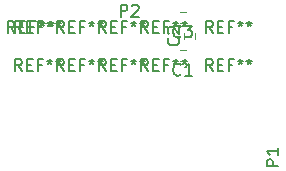
<source format=gbr>
G04 #@! TF.FileFunction,Legend,Top*
%FSLAX46Y46*%
G04 Gerber Fmt 4.6, Leading zero omitted, Abs format (unit mm)*
G04 Created by KiCad (PCBNEW 4.0.5) date 02/24/17 03:06:36*
%MOMM*%
%LPD*%
G01*
G04 APERTURE LIST*
%ADD10C,0.127000*%
%ADD11C,0.120000*%
%ADD12C,0.150000*%
G04 APERTURE END LIST*
D10*
D11*
X13173900Y11214000D02*
X13673900Y11214000D01*
X13673900Y12154000D02*
X13173900Y12154000D01*
X13500000Y13546900D02*
X13500000Y13046900D01*
X14440000Y13046900D02*
X14440000Y13546900D01*
X13173900Y14439800D02*
X13673900Y14439800D01*
X13673900Y15379800D02*
X13173900Y15379800D01*
D12*
X13257234Y10056857D02*
X13209615Y10009238D01*
X13066758Y9961619D01*
X12971520Y9961619D01*
X12828662Y10009238D01*
X12733424Y10104476D01*
X12685805Y10199714D01*
X12638186Y10390190D01*
X12638186Y10533048D01*
X12685805Y10723524D01*
X12733424Y10818762D01*
X12828662Y10914000D01*
X12971520Y10961619D01*
X13066758Y10961619D01*
X13209615Y10914000D01*
X13257234Y10866381D01*
X14209615Y9961619D02*
X13638186Y9961619D01*
X13923900Y9961619D02*
X13923900Y10961619D01*
X13828662Y10818762D01*
X13733424Y10723524D01*
X13638186Y10675905D01*
X13057143Y13130234D02*
X13104762Y13082615D01*
X13152381Y12939758D01*
X13152381Y12844520D01*
X13104762Y12701662D01*
X13009524Y12606424D01*
X12914286Y12558805D01*
X12723810Y12511186D01*
X12580952Y12511186D01*
X12390476Y12558805D01*
X12295238Y12606424D01*
X12200000Y12701662D01*
X12152381Y12844520D01*
X12152381Y12939758D01*
X12200000Y13082615D01*
X12247619Y13130234D01*
X12247619Y13511186D02*
X12200000Y13558805D01*
X12152381Y13654043D01*
X12152381Y13892139D01*
X12200000Y13987377D01*
X12247619Y14034996D01*
X12342857Y14082615D01*
X12438095Y14082615D01*
X12580952Y14034996D01*
X13152381Y13463567D01*
X13152381Y14082615D01*
X13257234Y13282657D02*
X13209615Y13235038D01*
X13066758Y13187419D01*
X12971520Y13187419D01*
X12828662Y13235038D01*
X12733424Y13330276D01*
X12685805Y13425514D01*
X12638186Y13615990D01*
X12638186Y13758848D01*
X12685805Y13949324D01*
X12733424Y14044562D01*
X12828662Y14139800D01*
X12971520Y14187419D01*
X13066758Y14187419D01*
X13209615Y14139800D01*
X13257234Y14092181D01*
X13590567Y14187419D02*
X14209615Y14187419D01*
X13876281Y13806467D01*
X14019139Y13806467D01*
X14114377Y13758848D01*
X14161996Y13711229D01*
X14209615Y13615990D01*
X14209615Y13377895D01*
X14161996Y13282657D01*
X14114377Y13235038D01*
X14019139Y13187419D01*
X13733424Y13187419D01*
X13638186Y13235038D01*
X13590567Y13282657D01*
X21532381Y2304405D02*
X20532381Y2304405D01*
X20532381Y2685358D01*
X20580000Y2780596D01*
X20627619Y2828215D01*
X20722857Y2875834D01*
X20865714Y2875834D01*
X20960952Y2828215D01*
X21008571Y2780596D01*
X21056190Y2685358D01*
X21056190Y2304405D01*
X21532381Y3828215D02*
X21532381Y3256786D01*
X21532381Y3542500D02*
X20532381Y3542500D01*
X20675238Y3447262D01*
X20770476Y3352024D01*
X20818095Y3256786D01*
X8177305Y14962619D02*
X8177305Y15962619D01*
X8558258Y15962619D01*
X8653496Y15915000D01*
X8701115Y15867381D01*
X8748734Y15772143D01*
X8748734Y15629286D01*
X8701115Y15534048D01*
X8653496Y15486429D01*
X8558258Y15438810D01*
X8177305Y15438810D01*
X9129686Y15867381D02*
X9177305Y15915000D01*
X9272543Y15962619D01*
X9510639Y15962619D01*
X9605877Y15915000D01*
X9653496Y15867381D01*
X9701115Y15772143D01*
X9701115Y15676905D01*
X9653496Y15534048D01*
X9082067Y14962619D01*
X9701115Y14962619D01*
X6934367Y13568419D02*
X6601033Y14044610D01*
X6362938Y13568419D02*
X6362938Y14568419D01*
X6743891Y14568419D01*
X6839129Y14520800D01*
X6886748Y14473181D01*
X6934367Y14377943D01*
X6934367Y14235086D01*
X6886748Y14139848D01*
X6839129Y14092229D01*
X6743891Y14044610D01*
X6362938Y14044610D01*
X7362938Y14092229D02*
X7696272Y14092229D01*
X7839129Y13568419D02*
X7362938Y13568419D01*
X7362938Y14568419D01*
X7839129Y14568419D01*
X8601034Y14092229D02*
X8267700Y14092229D01*
X8267700Y13568419D02*
X8267700Y14568419D01*
X8743891Y14568419D01*
X9267700Y14568419D02*
X9267700Y14330324D01*
X9029605Y14425562D02*
X9267700Y14330324D01*
X9505796Y14425562D01*
X9124843Y14139848D02*
X9267700Y14330324D01*
X9410558Y14139848D01*
X10029605Y14568419D02*
X10029605Y14330324D01*
X9791510Y14425562D02*
X10029605Y14330324D01*
X10267701Y14425562D01*
X9886748Y14139848D02*
X10029605Y14330324D01*
X10172463Y14139848D01*
X-812633Y13568419D02*
X-1145967Y14044610D01*
X-1384062Y13568419D02*
X-1384062Y14568419D01*
X-1003109Y14568419D01*
X-907871Y14520800D01*
X-860252Y14473181D01*
X-812633Y14377943D01*
X-812633Y14235086D01*
X-860252Y14139848D01*
X-907871Y14092229D01*
X-1003109Y14044610D01*
X-1384062Y14044610D01*
X-384062Y14092229D02*
X-50728Y14092229D01*
X92129Y13568419D02*
X-384062Y13568419D01*
X-384062Y14568419D01*
X92129Y14568419D01*
X854034Y14092229D02*
X520700Y14092229D01*
X520700Y13568419D02*
X520700Y14568419D01*
X996891Y14568419D01*
X1520700Y14568419D02*
X1520700Y14330324D01*
X1282605Y14425562D02*
X1520700Y14330324D01*
X1758796Y14425562D01*
X1377843Y14139848D02*
X1520700Y14330324D01*
X1663558Y14139848D01*
X2282605Y14568419D02*
X2282605Y14330324D01*
X2044510Y14425562D02*
X2282605Y14330324D01*
X2520701Y14425562D01*
X2139748Y14139848D02*
X2282605Y14330324D01*
X2425463Y14139848D01*
X10490367Y13568419D02*
X10157033Y14044610D01*
X9918938Y13568419D02*
X9918938Y14568419D01*
X10299891Y14568419D01*
X10395129Y14520800D01*
X10442748Y14473181D01*
X10490367Y14377943D01*
X10490367Y14235086D01*
X10442748Y14139848D01*
X10395129Y14092229D01*
X10299891Y14044610D01*
X9918938Y14044610D01*
X10918938Y14092229D02*
X11252272Y14092229D01*
X11395129Y13568419D02*
X10918938Y13568419D01*
X10918938Y14568419D01*
X11395129Y14568419D01*
X12157034Y14092229D02*
X11823700Y14092229D01*
X11823700Y13568419D02*
X11823700Y14568419D01*
X12299891Y14568419D01*
X12823700Y14568419D02*
X12823700Y14330324D01*
X12585605Y14425562D02*
X12823700Y14330324D01*
X13061796Y14425562D01*
X12680843Y14139848D02*
X12823700Y14330324D01*
X12966558Y14139848D01*
X13585605Y14568419D02*
X13585605Y14330324D01*
X13347510Y14425562D02*
X13585605Y14330324D01*
X13823701Y14425562D01*
X13442748Y14139848D02*
X13585605Y14330324D01*
X13728463Y14139848D01*
X3378367Y13568419D02*
X3045033Y14044610D01*
X2806938Y13568419D02*
X2806938Y14568419D01*
X3187891Y14568419D01*
X3283129Y14520800D01*
X3330748Y14473181D01*
X3378367Y14377943D01*
X3378367Y14235086D01*
X3330748Y14139848D01*
X3283129Y14092229D01*
X3187891Y14044610D01*
X2806938Y14044610D01*
X3806938Y14092229D02*
X4140272Y14092229D01*
X4283129Y13568419D02*
X3806938Y13568419D01*
X3806938Y14568419D01*
X4283129Y14568419D01*
X5045034Y14092229D02*
X4711700Y14092229D01*
X4711700Y13568419D02*
X4711700Y14568419D01*
X5187891Y14568419D01*
X5711700Y14568419D02*
X5711700Y14330324D01*
X5473605Y14425562D02*
X5711700Y14330324D01*
X5949796Y14425562D01*
X5568843Y14139848D02*
X5711700Y14330324D01*
X5854558Y14139848D01*
X6473605Y14568419D02*
X6473605Y14330324D01*
X6235510Y14425562D02*
X6473605Y14330324D01*
X6711701Y14425562D01*
X6330748Y14139848D02*
X6473605Y14330324D01*
X6616463Y14139848D01*
X-177633Y13568419D02*
X-510967Y14044610D01*
X-749062Y13568419D02*
X-749062Y14568419D01*
X-368109Y14568419D01*
X-272871Y14520800D01*
X-225252Y14473181D01*
X-177633Y14377943D01*
X-177633Y14235086D01*
X-225252Y14139848D01*
X-272871Y14092229D01*
X-368109Y14044610D01*
X-749062Y14044610D01*
X250938Y14092229D02*
X584272Y14092229D01*
X727129Y13568419D02*
X250938Y13568419D01*
X250938Y14568419D01*
X727129Y14568419D01*
X1489034Y14092229D02*
X1155700Y14092229D01*
X1155700Y13568419D02*
X1155700Y14568419D01*
X1631891Y14568419D01*
X2155700Y14568419D02*
X2155700Y14330324D01*
X1917605Y14425562D02*
X2155700Y14330324D01*
X2393796Y14425562D01*
X2012843Y14139848D02*
X2155700Y14330324D01*
X2298558Y14139848D01*
X2917605Y14568419D02*
X2917605Y14330324D01*
X2679510Y14425562D02*
X2917605Y14330324D01*
X3155701Y14425562D01*
X2774748Y14139848D02*
X2917605Y14330324D01*
X3060463Y14139848D01*
X10490367Y10342619D02*
X10157033Y10818810D01*
X9918938Y10342619D02*
X9918938Y11342619D01*
X10299891Y11342619D01*
X10395129Y11295000D01*
X10442748Y11247381D01*
X10490367Y11152143D01*
X10490367Y11009286D01*
X10442748Y10914048D01*
X10395129Y10866429D01*
X10299891Y10818810D01*
X9918938Y10818810D01*
X10918938Y10866429D02*
X11252272Y10866429D01*
X11395129Y10342619D02*
X10918938Y10342619D01*
X10918938Y11342619D01*
X11395129Y11342619D01*
X12157034Y10866429D02*
X11823700Y10866429D01*
X11823700Y10342619D02*
X11823700Y11342619D01*
X12299891Y11342619D01*
X12823700Y11342619D02*
X12823700Y11104524D01*
X12585605Y11199762D02*
X12823700Y11104524D01*
X13061796Y11199762D01*
X12680843Y10914048D02*
X12823700Y11104524D01*
X12966558Y10914048D01*
X13585605Y11342619D02*
X13585605Y11104524D01*
X13347510Y11199762D02*
X13585605Y11104524D01*
X13823701Y11199762D01*
X13442748Y10914048D02*
X13585605Y11104524D01*
X13728463Y10914048D01*
X6934367Y10342619D02*
X6601033Y10818810D01*
X6362938Y10342619D02*
X6362938Y11342619D01*
X6743891Y11342619D01*
X6839129Y11295000D01*
X6886748Y11247381D01*
X6934367Y11152143D01*
X6934367Y11009286D01*
X6886748Y10914048D01*
X6839129Y10866429D01*
X6743891Y10818810D01*
X6362938Y10818810D01*
X7362938Y10866429D02*
X7696272Y10866429D01*
X7839129Y10342619D02*
X7362938Y10342619D01*
X7362938Y11342619D01*
X7839129Y11342619D01*
X8601034Y10866429D02*
X8267700Y10866429D01*
X8267700Y10342619D02*
X8267700Y11342619D01*
X8743891Y11342619D01*
X9267700Y11342619D02*
X9267700Y11104524D01*
X9029605Y11199762D02*
X9267700Y11104524D01*
X9505796Y11199762D01*
X9124843Y10914048D02*
X9267700Y11104524D01*
X9410558Y10914048D01*
X10029605Y11342619D02*
X10029605Y11104524D01*
X9791510Y11199762D02*
X10029605Y11104524D01*
X10267701Y11199762D01*
X9886748Y10914048D02*
X10029605Y11104524D01*
X10172463Y10914048D01*
X3378367Y10342619D02*
X3045033Y10818810D01*
X2806938Y10342619D02*
X2806938Y11342619D01*
X3187891Y11342619D01*
X3283129Y11295000D01*
X3330748Y11247381D01*
X3378367Y11152143D01*
X3378367Y11009286D01*
X3330748Y10914048D01*
X3283129Y10866429D01*
X3187891Y10818810D01*
X2806938Y10818810D01*
X3806938Y10866429D02*
X4140272Y10866429D01*
X4283129Y10342619D02*
X3806938Y10342619D01*
X3806938Y11342619D01*
X4283129Y11342619D01*
X5045034Y10866429D02*
X4711700Y10866429D01*
X4711700Y10342619D02*
X4711700Y11342619D01*
X5187891Y11342619D01*
X5711700Y11342619D02*
X5711700Y11104524D01*
X5473605Y11199762D02*
X5711700Y11104524D01*
X5949796Y11199762D01*
X5568843Y10914048D02*
X5711700Y11104524D01*
X5854558Y10914048D01*
X6473605Y11342619D02*
X6473605Y11104524D01*
X6235510Y11199762D02*
X6473605Y11104524D01*
X6711701Y11199762D01*
X6330748Y10914048D02*
X6473605Y11104524D01*
X6616463Y10914048D01*
X-177633Y10342619D02*
X-510967Y10818810D01*
X-749062Y10342619D02*
X-749062Y11342619D01*
X-368109Y11342619D01*
X-272871Y11295000D01*
X-225252Y11247381D01*
X-177633Y11152143D01*
X-177633Y11009286D01*
X-225252Y10914048D01*
X-272871Y10866429D01*
X-368109Y10818810D01*
X-749062Y10818810D01*
X250938Y10866429D02*
X584272Y10866429D01*
X727129Y10342619D02*
X250938Y10342619D01*
X250938Y11342619D01*
X727129Y11342619D01*
X1489034Y10866429D02*
X1155700Y10866429D01*
X1155700Y10342619D02*
X1155700Y11342619D01*
X1631891Y11342619D01*
X2155700Y11342619D02*
X2155700Y11104524D01*
X1917605Y11199762D02*
X2155700Y11104524D01*
X2393796Y11199762D01*
X2012843Y10914048D02*
X2155700Y11104524D01*
X2298558Y10914048D01*
X2917605Y11342619D02*
X2917605Y11104524D01*
X2679510Y11199762D02*
X2917605Y11104524D01*
X3155701Y11199762D01*
X2774748Y10914048D02*
X2917605Y11104524D01*
X3060463Y10914048D01*
X15976767Y13568419D02*
X15643433Y14044610D01*
X15405338Y13568419D02*
X15405338Y14568419D01*
X15786291Y14568419D01*
X15881529Y14520800D01*
X15929148Y14473181D01*
X15976767Y14377943D01*
X15976767Y14235086D01*
X15929148Y14139848D01*
X15881529Y14092229D01*
X15786291Y14044610D01*
X15405338Y14044610D01*
X16405338Y14092229D02*
X16738672Y14092229D01*
X16881529Y13568419D02*
X16405338Y13568419D01*
X16405338Y14568419D01*
X16881529Y14568419D01*
X17643434Y14092229D02*
X17310100Y14092229D01*
X17310100Y13568419D02*
X17310100Y14568419D01*
X17786291Y14568419D01*
X18310100Y14568419D02*
X18310100Y14330324D01*
X18072005Y14425562D02*
X18310100Y14330324D01*
X18548196Y14425562D01*
X18167243Y14139848D02*
X18310100Y14330324D01*
X18452958Y14139848D01*
X19072005Y14568419D02*
X19072005Y14330324D01*
X18833910Y14425562D02*
X19072005Y14330324D01*
X19310101Y14425562D01*
X18929148Y14139848D02*
X19072005Y14330324D01*
X19214863Y14139848D01*
X15976767Y10342619D02*
X15643433Y10818810D01*
X15405338Y10342619D02*
X15405338Y11342619D01*
X15786291Y11342619D01*
X15881529Y11295000D01*
X15929148Y11247381D01*
X15976767Y11152143D01*
X15976767Y11009286D01*
X15929148Y10914048D01*
X15881529Y10866429D01*
X15786291Y10818810D01*
X15405338Y10818810D01*
X16405338Y10866429D02*
X16738672Y10866429D01*
X16881529Y10342619D02*
X16405338Y10342619D01*
X16405338Y11342619D01*
X16881529Y11342619D01*
X17643434Y10866429D02*
X17310100Y10866429D01*
X17310100Y10342619D02*
X17310100Y11342619D01*
X17786291Y11342619D01*
X18310100Y11342619D02*
X18310100Y11104524D01*
X18072005Y11199762D02*
X18310100Y11104524D01*
X18548196Y11199762D01*
X18167243Y10914048D02*
X18310100Y11104524D01*
X18452958Y10914048D01*
X19072005Y11342619D02*
X19072005Y11104524D01*
X18833910Y11199762D02*
X19072005Y11104524D01*
X19310101Y11199762D01*
X18929148Y10914048D02*
X19072005Y11104524D01*
X19214863Y10914048D01*
M02*

</source>
